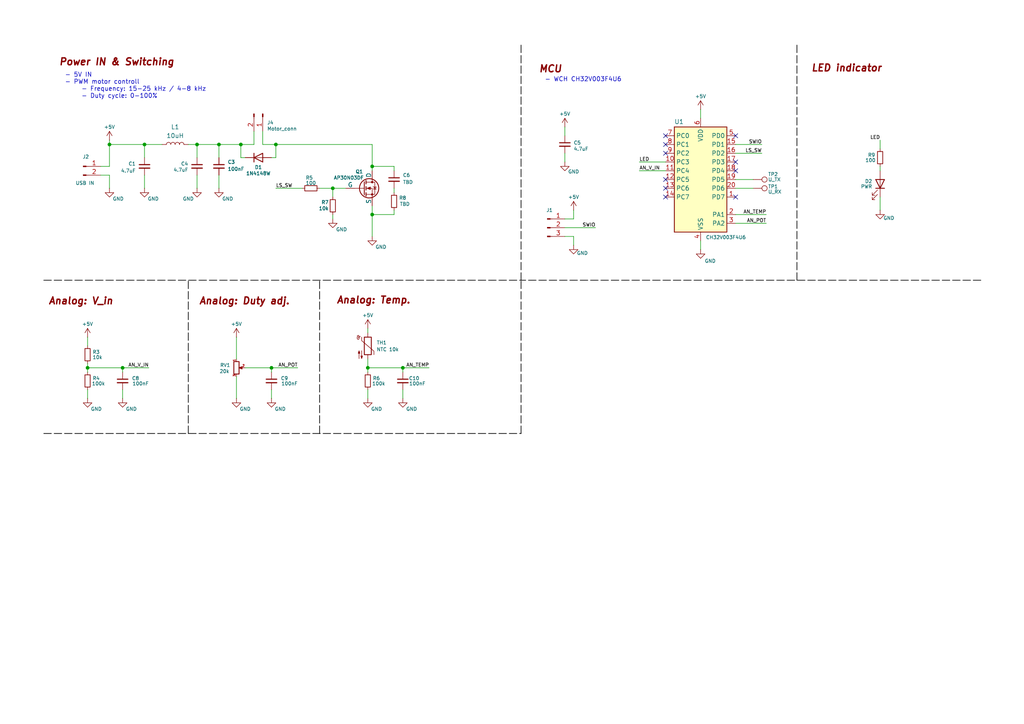
<source format=kicad_sch>
(kicad_sch (version 20250114) (generator "eeschema") (generator_version "9.0")
  (paper "A4")
  (title_block (title "Aquarium air pump controller") (date "2025-10-13") (rev "0.1") (company "Tinta T."))
  (lib_symbols
    (symbol "AP30N03DF:AP30N03DF" (pin_numbers (hide yes)) (pin_names (offset 0))
      (property "Reference" "Q" (at 5.08 1.27 0))
      (property "Value" "AP30N03DF" (at 5.08 -1.27 0))
      (symbol "AP30N03DF_0_1"
        (polyline (pts (xy 0.254 1.905) (xy 0.254 -1.905)) (stroke (width 0.254)))
        (polyline (pts (xy 0.254 0) (xy -2.54 0)))
        (polyline (pts (xy 0.762 2.286) (xy 0.762 1.27)) (stroke (width 0.254)))
        (polyline (pts (xy 0.762 0.508) (xy 0.762 -0.508)) (stroke (width 0.254)))
        (polyline (pts (xy 0.762 -1.27) (xy 0.762 -2.286)) (stroke (width 0.254)))
        (polyline (pts (xy 0.762 -1.778) (xy 3.302 -1.778) (xy 3.302 1.778) (xy 0.762 1.778)))
        (polyline (pts (xy 1.016 0) (xy 2.032 0.381) (xy 2.032 -0.381) (xy 1.016 0)) (fill (type outline)))
        (circle (center 1.651 0) (radius 2.794) (stroke (width 0.254)))
        (polyline (pts (xy 2.54 2.54) (xy 2.54 1.778)))
        (circle (center 2.54 1.778) (radius 0.254) (fill (type outline)))
        (circle (center 2.54 -1.778) (radius 0.254) (fill (type outline)))
        (polyline (pts (xy 2.54 -2.54) (xy 2.54 0) (xy 0.762 0)))
        (polyline (pts (xy 2.794 0.508) (xy 2.921 0.381) (xy 3.683 0.381) (xy 3.81 0.254)))
        (polyline (pts (xy 3.302 0.381) (xy 2.921 -0.254) (xy 3.683 -0.254) (xy 3.302 0.381)))
      )
      (symbol "AP30N03DF_1_1"
        (pin input line (at -5.08 0 0) (length 2.54) (name "G") (number "2"))
        (pin passive line (at 2.54 5.08 270) (length 2.54) (name "D") (number "3"))
        (pin passive line (at 2.54 -5.08 90) (length 2.54) (name "S") (number "1"))
      )
    )
    (symbol "Connector:Conn_01x02_Pin" (pin_names (offset 1.016) (hide yes))
      (property "Reference" "J" (at 0 2.54 0))
      (property "Value" "Conn_01x02_Pin" (at 0 -5.08 0))
      (symbol "Conn_01x02_Pin_1_1"
        (rectangle (start 0.8636 0.127) (end 0 -0.127) (stroke (width 0.1524)) (fill (type outline)))
        (rectangle (start 0.8636 -2.413) (end 0 -2.667) (stroke (width 0.1524)) (fill (type outline)))
        (polyline (pts (xy 1.27 0) (xy 0.8636 0)) (stroke (width 0.1524)))
        (polyline (pts (xy 1.27 -2.54) (xy 0.8636 -2.54)) (stroke (width 0.1524)))
        (pin passive line (at 5.08 0 180) (length 3.81) (name "Pin_1") (number "1"))
        (pin passive line (at 5.08 -2.54 180) (length 3.81) (name "Pin_2") (number "2"))
      )
    )
    (symbol "Connector:Conn_01x03_Pin" (pin_names (offset 1.016) (hide yes))
      (property "Reference" "J" (at 0 5.08 0))
      (property "Value" "Conn_01x03_Pin" (at 0 -5.08 0))
      (symbol "Conn_01x03_Pin_1_1"
        (rectangle (start 0.8636 2.667) (end 0 2.413) (stroke (width 0.1524)) (fill (type outline)))
        (rectangle (start 0.8636 0.127) (end 0 -0.127) (stroke (width 0.1524)) (fill (type outline)))
        (rectangle (start 0.8636 -2.413) (end 0 -2.667) (stroke (width 0.1524)) (fill (type outline)))
        (polyline (pts (xy 1.27 2.54) (xy 0.8636 2.54)) (stroke (width 0.1524)))
        (polyline (pts (xy 1.27 0) (xy 0.8636 0)) (stroke (width 0.1524)))
        (polyline (pts (xy 1.27 -2.54) (xy 0.8636 -2.54)) (stroke (width 0.1524)))
        (pin passive line (at 5.08 2.54 180) (length 3.81) (name "Pin_1") (number "1"))
        (pin passive line (at 5.08 0 180) (length 3.81) (name "Pin_2") (number "2"))
        (pin passive line (at 5.08 -2.54 180) (length 3.81) (name "Pin_3") (number "3"))
      )
    )
    (symbol "Connector:TestPoint" (pin_numbers (hide yes)) (pin_names (offset 0.762) (hide yes))
      (property "Reference" "TP" (at 0 6.858 0))
      (property "Value" "TestPoint" (at 0 5.08 0))
      (symbol "TestPoint_0_1"
        (circle (center 0 3.302) (radius 0.762))
      )
      (symbol "TestPoint_1_1"
        (pin passive line (at 0 0 90) (length 2.54) (name "1") (number "1"))
      )
    )
    (symbol "Device:C_Small" (pin_numbers (hide yes)) (pin_names (offset 0.254) (hide yes))
      (property "Reference" "C" (at 0.254 1.778 0))
      (property "Value" "C_Small" (at 0.254 -2.032 0))
      (symbol "C_Small_0_1"
        (polyline (pts (xy -1.524 0.508) (xy 1.524 0.508)) (stroke (width 0.3048)))
        (polyline (pts (xy -1.524 -0.508) (xy 1.524 -0.508)) (stroke (width 0.3302)))
      )
      (symbol "C_Small_1_1"
        (pin passive line (at 0 2.54 270) (length 2.032) (name "~") (number "1"))
        (pin passive line (at 0 -2.54 90) (length 2.032) (name "~") (number "2"))
      )
    )
    (symbol "Device:L" (pin_numbers (hide yes)) (pin_names (offset 1.016) (hide yes))
      (property "Reference" "L" (at -1.27 0 90))
      (property "Value" "L" (at 1.905 0 90))
      (symbol "L_0_1"
        (arc (start 0 2.54) (mid 0.6323 1.905) (end 0 1.27))
        (arc (start 0 1.27) (mid 0.6323 0.635) (end 0 0))
        (arc (start 0 0) (mid 0.6323 -0.635) (end 0 -1.27))
        (arc (start 0 -1.27) (mid 0.6323 -1.905) (end 0 -2.54))
      )
      (symbol "L_1_1"
        (pin passive line (at 0 3.81 270) (length 1.27) (name "1") (number "1"))
        (pin passive line (at 0 -3.81 90) (length 1.27) (name "2") (number "2"))
      )
    )
    (symbol "Device:LED" (pin_numbers (hide yes)) (pin_names (offset 1.016) (hide yes))
      (property "Reference" "D" (at 0 2.54 0))
      (property "Value" "LED" (at 0 -2.54 0))
      (symbol "LED_0_1"
        (polyline (pts (xy -3.048 -0.762) (xy -4.572 -2.286) (xy -3.81 -2.286) (xy -4.572 -2.286) (xy -4.572 -1.524)))
        (polyline (pts (xy -1.778 -0.762) (xy -3.302 -2.286) (xy -2.54 -2.286) (xy -3.302 -2.286) (xy -3.302 -1.524)))
        (polyline (pts (xy -1.27 0) (xy 1.27 0)))
        (polyline (pts (xy -1.27 -1.27) (xy -1.27 1.27)) (stroke (width 0.254)))
        (polyline (pts (xy 1.27 -1.27) (xy 1.27 1.27) (xy -1.27 0) (xy 1.27 -1.27)) (stroke (width 0.254)))
      )
      (symbol "LED_1_1"
        (pin passive line (at -3.81 0 0) (length 2.54) (name "K") (number "1"))
        (pin passive line (at 3.81 0 180) (length 2.54) (name "A") (number "2"))
      )
    )
    (symbol "Device:R_Potentiometer_Small" (pin_names (offset 1.016) (hide yes))
      (property "Reference" "RV" (at -4.445 0 90))
      (property "Value" "R_Potentiometer_Small" (at -2.54 0 90))
      (symbol "R_Potentiometer_Small_0_1"
        (rectangle (start 0.762 1.8034) (end -0.762 -1.8034) (stroke (width 0.254)))
        (polyline (pts (xy 0.889 0) (xy 0.635 0) (xy 1.651 0.381) (xy 1.651 -0.381) (xy 0.635 0) (xy 0.889 0)) (fill (type outline)))
      )
      (symbol "R_Potentiometer_Small_1_1"
        (pin passive line (at 0 2.54 270) (length 0.635) (name "1") (number "1"))
        (pin passive line (at 0 -2.54 90) (length 0.635) (name "3") (number "3"))
        (pin passive line (at 2.54 0 180) (length 0.9906) (name "2") (number "2"))
      )
    )
    (symbol "Device:R_Small" (pin_numbers (hide yes)) (pin_names (offset 0.254) (hide yes))
      (property "Reference" "R" (at 0.762 0.508 0))
      (property "Value" "R_Small" (at 0.762 -1.016 0))
      (symbol "R_Small_0_1"
        (rectangle (start -0.762 1.778) (end 0.762 -1.778) (stroke (width 0.2032)))
      )
      (symbol "R_Small_1_1"
        (pin passive line (at 0 2.54 270) (length 0.762) (name "~") (number "1"))
        (pin passive line (at 0 -2.54 90) (length 0.762) (name "~") (number "2"))
      )
    )
    (symbol "Device:Thermistor_NTC" (pin_numbers (hide yes)) (pin_names (offset 0))
      (property "Reference" "TH" (at -4.445 0 90))
      (property "Value" "Thermistor_NTC" (at 3.175 0 90))
      (symbol "Thermistor_NTC_0_1"
        (arc (start -3.175 2.413) (mid -3.0506 2.3165) (end -3.048 2.159))
        (arc (start -3.048 2.794) (mid -2.9736 2.9736) (end -2.794 3.048))
        (arc (start -2.794 3.048) (mid -2.6144 2.9736) (end -2.54 2.794))
        (arc (start -2.794 2.54) (mid -2.9736 2.6144) (end -3.048 2.794))
        (arc (start -2.794 1.905) (mid -2.9736 1.9794) (end -3.048 2.159))
        (arc (start -2.54 2.159) (mid -2.6144 1.9794) (end -2.794 1.905))
        (arc (start -2.159 2.794) (mid -2.434 2.5608) (end -2.794 2.54))
        (polyline (pts (xy -2.54 2.159) (xy -2.54 2.794)))
        (polyline (pts (xy -2.54 -3.683) (xy -2.54 -1.397) (xy -2.794 -2.159) (xy -2.286 -2.159) (xy -2.54 -1.397) (xy -2.54 -1.651)) (fill (type outline)))
        (polyline (pts (xy -1.778 2.54) (xy -1.778 1.524) (xy 1.778 -1.524) (xy 1.778 -2.54)))
        (polyline (pts (xy -1.778 -1.397) (xy -1.778 -3.683) (xy -2.032 -2.921) (xy -1.524 -2.921) (xy -1.778 -3.683) (xy -1.778 -3.429)) (fill (type outline)))
        (rectangle (start -1.016 2.54) (end 1.016 -2.54) (stroke (width 0.254)))
      )
      (symbol "Thermistor_NTC_1_1"
        (pin passive line (at 0 3.81 270) (length 1.27) (name "~") (number "1"))
        (pin passive line (at 0 -3.81 90) (length 1.27) (name "~") (number "2"))
      )
    )
    (symbol "Diode:1N4148W" (pin_numbers (hide yes)) (pin_names (hide yes))
      (property "Reference" "D" (at 0 2.54 0))
      (property "Value" "1N4148W" (at 0 -2.54 0))
      (symbol "1N4148W_0_1"
        (polyline (pts (xy -1.27 1.27) (xy -1.27 -1.27)) (stroke (width 0.254)))
        (polyline (pts (xy 1.27 1.27) (xy 1.27 -1.27) (xy -1.27 0) (xy 1.27 1.27)) (stroke (width 0.254)))
        (polyline (pts (xy 1.27 0) (xy -1.27 0)))
      )
      (symbol "1N4148W_1_1"
        (pin passive line (at -3.81 0 0) (length 2.54) (name "K") (number "1"))
        (pin passive line (at 3.81 0 180) (length 2.54) (name "A") (number "2"))
      )
    )
    (symbol "MCU_WCH_CH32V0:CH32V003FxUx"
      (property "Reference" "U" (at -7.62 17.78 0))
      (property "Value" "CH32V003FxUx" (at 7.62 17.78 0))
      (symbol "CH32V003FxUx_1_1"
        (rectangle (start -7.62 15.24) (end 7.62 -15.24) (stroke (width 0.254)) (fill (type background)))
        (pin bidirectional line (at -10.16 12.7 0) (length 2.54) (name "PC0") (number "7"))
        (pin bidirectional line (at -10.16 10.16 0) (length 2.54) (name "PC1") (number "8"))
        (pin bidirectional line (at -10.16 7.62 0) (length 2.54) (name "PC2") (number "9"))
        (pin bidirectional line (at -10.16 5.08 0) (length 2.54) (name "PC3") (number "10"))
        (pin bidirectional line (at -10.16 2.54 0) (length 2.54) (name "PC4") (number "11"))
        (pin bidirectional line (at -10.16 0 0) (length 2.54) (name "PC5") (number "12"))
        (pin bidirectional line (at -10.16 -2.54 0) (length 2.54) (name "PC6") (number "13"))
        (pin bidirectional line (at -10.16 -5.08 0) (length 2.54) (name "PC7") (number "14"))
        (pin power_in line (at 0 17.78 270) (length 2.54) (name "VDD") (number "6"))
        (pin passive line (at 0 -17.78 90) (length 2.54) (hide yes) (name "VSS") (number "21"))
        (pin power_in line (at 0 -17.78 90) (length 2.54) (name "VSS") (number "4"))
        (pin bidirectional line (at 10.16 12.7 180) (length 2.54) (name "PD0") (number "5"))
        (pin bidirectional line (at 10.16 10.16 180) (length 2.54) (name "PD1") (number "15"))
        (pin bidirectional line (at 10.16 7.62 180) (length 2.54) (name "PD2") (number "16"))
        (pin bidirectional line (at 10.16 5.08 180) (length 2.54) (name "PD3") (number "17"))
        (pin bidirectional line (at 10.16 2.54 180) (length 2.54) (name "PD4") (number "18"))
        (pin bidirectional line (at 10.16 0 180) (length 2.54) (name "PD5") (number "19"))
        (pin bidirectional line (at 10.16 -2.54 180) (length 2.54) (name "PD6") (number "20"))
        (pin bidirectional line (at 10.16 -5.08 180) (length 2.54) (name "PD7") (number "1"))
        (pin bidirectional line (at 10.16 -10.16 180) (length 2.54) (name "PA1") (number "2"))
        (pin bidirectional line (at 10.16 -12.7 180) (length 2.54) (name "PA2") (number "3"))
      )
    )
    (symbol "Motor_conn:Motor_conn" (pin_names (offset 1.016) (hide yes))
      (property "Reference" "J" (at 0 2.54 0))
      (property "Value" "Motor_conn" (at 0 -5.08 0))
      (symbol "Motor_conn_1_1"
        (rectangle (start 0.8636 0.127) (end 0 -0.127) (stroke (width 0.1524)) (fill (type outline)))
        (rectangle (start 0.8636 -2.413) (end 0 -2.667) (stroke (width 0.1524)) (fill (type outline)))
        (polyline (pts (xy 1.27 0) (xy 0.8636 0)) (stroke (width 0.1524)))
        (polyline (pts (xy 1.27 -2.54) (xy 0.8636 -2.54)) (stroke (width 0.1524)))
        (pin passive line (at 5.08 0 180) (length 3.81) (name "Pin_1") (number "1"))
        (pin passive line (at 5.08 -2.54 180) (length 3.81) (name "Pin_2") (number "2"))
      )
    )
    (symbol "power:+5V" (power) (pin_numbers (hide yes)) (pin_names (offset 0) (hide yes))
      (property "Value" "+5V" (at 0 3.556 0))
      (symbol "+5V_0_1"
        (polyline (pts (xy -0.762 1.27) (xy 0 2.54)))
        (polyline (pts (xy 0 2.54) (xy 0.762 1.27)))
        (polyline (pts (xy 0 0) (xy 0 2.54)))
      )
      (symbol "+5V_1_1"
        (pin power_in line (at 0 0 90) (length 0) (name "~") (number "1"))
      )
    )
    (symbol "power:GND" (power) (pin_numbers (hide yes)) (pin_names (offset 0) (hide yes))
      (property "Value" "GND" (at 0 -3.81 0))
      (symbol "GND_0_1"
        (polyline (pts (xy 0 0) (xy 0 -1.27) (xy 1.27 -1.27) (xy 0 -2.54) (xy -1.27 -1.27) (xy 0 -1.27)))
      )
      (symbol "GND_1_1"
        (pin power_in line (at 0 0 270) (length 0) (name "~") (number "1"))
      )
    )
  )
  (text "Analog: Duty adj." (at 57.658 88.646 0) (effects (font (size 2 2) (thickness 0.4) (bold yes) (italic yes)) (justify left bottom)))
  (text "- 5V IN\n- PWM motor controll\n	- Frequency: 15-25 kHz / 4-8 kHz\n	- Duty cycle: 0-100%" (at 18.796 28.702 0) (effects (font (size 1.27 1.27)) (justify left bottom)))
  (text "LED indicator" (at 235.204 21.082 0) (effects (font (size 2 2) (thickness 0.4) (bold yes) (italic yes)) (justify left bottom)))
  (text "Analog: Temp." (at 97.536 88.392 0) (effects (font (size 2 2) (thickness 0.4) (bold yes) (italic yes)) (justify left bottom)))
  (text "- WCH CH32V003F4U6" (at 157.988 23.876 0) (effects (font (size 1.27 1.27)) (justify left bottom)))
  (text "Analog: V_in" (at 13.97 88.646 0) (effects (font (size 2 2) (thickness 0.4) (bold yes) (italic yes)) (justify left bottom)))
  (text "Power IN & Switching" (at 17.018 19.304 0) (effects (font (size 2 2) (thickness 0.4) (bold yes) (italic yes)) (justify left bottom)))
  (text "MCU" (at 156.21 21.336 0) (effects (font (size 2 2) (thickness 0.4) (bold yes) (italic yes)) (justify left bottom)))
  (junction (at 41.91 41.91))
  (junction (at 116.84 106.68))
  (junction (at 107.95 62.23))
  (junction (at 69.85 41.91))
  (junction (at 57.15 41.91))
  (junction (at 25.4 106.68))
  (junction (at 78.74 106.68))
  (junction (at 80.01 41.91))
  (junction (at 96.52 54.61))
  (junction (at 63.5 41.91))
  (junction (at 31.75 41.91))
  (junction (at 35.56 106.68))
  (junction (at 106.68 106.68))
  (junction (at 107.95 48.26))
  (no_connect (at 213.36 49.53))
  (no_connect (at 193.04 41.91))
  (no_connect (at 193.04 39.37))
  (no_connect (at 213.36 46.99))
  (no_connect (at 193.04 54.61))
  (no_connect (at 213.36 57.15))
  (no_connect (at 193.04 52.07))
  (no_connect (at 193.04 57.15))
  (no_connect (at 193.04 44.45))
  (no_connect (at 213.36 39.37))
  (wire (pts (xy 76.2 41.91) (xy 80.01 41.91)))
  (wire (pts (xy 80.01 41.91) (xy 107.95 41.91)))
  (wire (pts (xy 73.66 41.91) (xy 69.85 41.91)))
  (wire (pts (xy 41.91 41.91) (xy 41.91 45.72)))
  (wire (pts (xy 213.36 41.91) (xy 220.98 41.91)))
  (wire (pts (xy 57.15 50.8) (xy 57.15 54.61)))
  (wire (pts (xy 69.85 41.91) (xy 63.5 41.91)))
  (wire (pts (xy 78.74 113.03) (xy 78.74 115.57)))
  (wire (pts (xy 31.75 41.91) (xy 41.91 41.91)))
  (wire (pts (xy 203.2 69.85) (xy 203.2 72.39)))
  (wire (pts (xy 106.68 106.68) (xy 116.84 106.68)))
  (wire (pts (xy 25.4 106.68) (xy 35.56 106.68)))
  (wire (pts (xy 80.01 54.61) (xy 87.63 54.61)))
  (wire (pts (xy 76.2 38.1) (xy 76.2 41.91)))
  (wire (pts (xy 96.52 54.61) (xy 100.33 54.61)))
  (wire (pts (xy 35.56 107.95) (xy 35.56 106.68)))
  (wire (pts (xy 106.68 104.14) (xy 106.68 106.68)))
  (wire (pts (xy 163.83 63.5) (xy 166.37 63.5)))
  (polyline (pts (xy 54.61 125.73) (xy 54.61 81.28)) (stroke (width 0.2) (type dash) (color 0 0 0 1)))
  (wire (pts (xy 114.3 48.26) (xy 107.95 48.26)))
  (wire (pts (xy 63.5 45.72) (xy 63.5 41.91)))
  (wire (pts (xy 163.83 66.04) (xy 172.72 66.04)))
  (wire (pts (xy 116.84 106.68) (xy 124.46 106.68)))
  (wire (pts (xy 255.27 57.15) (xy 255.27 60.96)))
  (wire (pts (xy 106.68 113.03) (xy 106.68 115.57)))
  (polyline (pts (xy 12.7 81.28) (xy 151.13 81.28)) (stroke (width 0.2) (type dash) (color 0 0 0 1)))
  (wire (pts (xy 29.21 50.8) (xy 31.75 50.8)))
  (wire (pts (xy 107.95 48.26) (xy 107.95 49.53)))
  (wire (pts (xy 255.27 40.64) (xy 255.27 43.18)))
  (wire (pts (xy 107.95 62.23) (xy 107.95 68.58)))
  (wire (pts (xy 213.36 54.61) (xy 218.44 54.61)))
  (polyline (pts (xy 12.7 125.73) (xy 151.13 125.73)) (stroke (width 0.2) (type dash) (color 0 0 0 1)))
  (wire (pts (xy 166.37 68.58) (xy 166.37 71.12)))
  (wire (pts (xy 57.15 41.91) (xy 57.15 45.72)))
  (wire (pts (xy 116.84 113.03) (xy 116.84 115.57)))
  (wire (pts (xy 63.5 50.8) (xy 63.5 54.61)))
  (wire (pts (xy 80.01 45.72) (xy 80.01 41.91)))
  (wire (pts (xy 71.12 45.72) (xy 69.85 45.72)))
  (wire (pts (xy 78.74 106.68) (xy 86.36 106.68)))
  (wire (pts (xy 106.68 95.25) (xy 106.68 96.52)))
  (polyline (pts (xy 151.13 125.73) (xy 151.13 81.28)) (stroke (width 0.2) (type dash) (color 0 0 0 1)))
  (wire (pts (xy 166.37 63.5) (xy 166.37 60.96)))
  (wire (pts (xy 213.36 64.77) (xy 222.25 64.77)))
  (wire (pts (xy 163.83 44.45) (xy 163.83 46.99)))
  (polyline (pts (xy 151.13 81.28) (xy 151.13 12.7)) (stroke (width 0.2) (type dash) (color 0 0 0 1)))
  (wire (pts (xy 78.74 45.72) (xy 80.01 45.72)))
  (wire (pts (xy 25.4 105.41) (xy 25.4 106.68)))
  (wire (pts (xy 73.66 38.1) (xy 73.66 41.91)))
  (wire (pts (xy 31.75 50.8) (xy 31.75 54.61)))
  (wire (pts (xy 41.91 41.91) (xy 46.99 41.91)))
  (wire (pts (xy 41.91 50.8) (xy 41.91 54.61)))
  (wire (pts (xy 69.85 45.72) (xy 69.85 41.91)))
  (wire (pts (xy 255.27 48.26) (xy 255.27 49.53)))
  (wire (pts (xy 185.42 49.53) (xy 193.04 49.53)))
  (wire (pts (xy 25.4 100.33) (xy 25.4 97.79)))
  (wire (pts (xy 31.75 41.91) (xy 31.75 48.26)))
  (wire (pts (xy 114.3 49.53) (xy 114.3 48.26)))
  (wire (pts (xy 35.56 106.68) (xy 43.18 106.68)))
  (polyline (pts (xy 92.71 125.73) (xy 92.71 81.28)) (stroke (width 0.2) (type dash) (color 0 0 0 1)))
  (wire (pts (xy 31.75 48.26) (xy 29.21 48.26)))
  (wire (pts (xy 25.4 113.03) (xy 25.4 115.57)))
  (wire (pts (xy 213.36 44.45) (xy 220.98 44.45)))
  (wire (pts (xy 116.84 107.95) (xy 116.84 106.68)))
  (wire (pts (xy 106.68 106.68) (xy 106.68 107.95)))
  (wire (pts (xy 68.58 104.14) (xy 68.58 97.79)))
  (wire (pts (xy 114.3 54.61) (xy 114.3 55.88)))
  (wire (pts (xy 114.3 60.96) (xy 114.3 62.23)))
  (wire (pts (xy 54.61 41.91) (xy 57.15 41.91)))
  (wire (pts (xy 163.83 36.83) (xy 163.83 39.37)))
  (wire (pts (xy 92.71 54.61) (xy 96.52 54.61)))
  (wire (pts (xy 107.95 41.91) (xy 107.95 48.26)))
  (wire (pts (xy 163.83 68.58) (xy 166.37 68.58)))
  (wire (pts (xy 71.12 106.68) (xy 78.74 106.68)))
  (wire (pts (xy 203.2 31.75) (xy 203.2 34.29)))
  (wire (pts (xy 107.95 59.69) (xy 107.95 62.23)))
  (wire (pts (xy 68.58 109.22) (xy 68.58 115.57)))
  (polyline (pts (xy 284.48 81.28) (xy 151.13 81.28)) (stroke (width 0.2) (type dash) (color 0 0 0 1)))
  (wire (pts (xy 78.74 107.95) (xy 78.74 106.68)))
  (wire (pts (xy 213.36 62.23) (xy 222.25 62.23)))
  (wire (pts (xy 114.3 62.23) (xy 107.95 62.23)))
  (polyline (pts (xy 231.14 81.28) (xy 231.14 12.7)) (stroke (width 0.2) (type dash) (color 0 0 0 1)))
  (wire (pts (xy 31.75 40.64) (xy 31.75 41.91)))
  (wire (pts (xy 96.52 54.61) (xy 96.52 57.15)))
  (wire (pts (xy 185.42 46.99) (xy 193.04 46.99)))
  (wire (pts (xy 25.4 106.68) (xy 25.4 107.95)))
  (wire (pts (xy 35.56 113.03) (xy 35.56 115.57)))
  (wire (pts (xy 96.52 62.23) (xy 96.52 63.5)))
  (wire (pts (xy 213.36 52.07) (xy 218.44 52.07)))
  (wire (pts (xy 57.15 41.91) (xy 63.5 41.91)))
  (label "AN_TEMP" (at 222.25 62.23 180) (effects (font (size 1 1))))
  (label "AN_V_IN" (at 185.42 49.53 0) (effects (font (size 1 1))))
  (label "SWIO" (at 172.72 66.04 180) (effects (font (size 1 1))))
  (label "LS_SW" (at 80.01 54.61 0) (effects (font (size 1 1))))
  (label "LED" (at 185.42 46.99 0) (effects (font (size 1 1))))
  (label "SWIO" (at 220.98 41.91 180) (effects (font (size 1 1))))
  (label "LS_SW" (at 220.98 44.45 180) (effects (font (size 1 1))))
  (label "LED" (at 255.27 40.64 180) (effects (font (size 1 1))))
  (label "AN_POT" (at 222.25 64.77 180) (effects (font (size 1 1))))
  (label "AN_TEMP" (at 124.46 106.68 180) (effects (font (size 1 1))))
  (label "AN_V_IN" (at 43.18 106.68 180) (effects (font (size 1 1))))
  (label "AN_POT" (at 86.36 106.68 180) (effects (font (size 1 1))))
  (symbol (lib_id "power:GND") (at 107.95 68.58 0) (unit 1)
    (property "Reference" "#PWR020" (effects (hide yes)))
    (property "Value" "GND" (at 110.49 71.628 0) (effects (font (size 1 1))))
    (property "Description" "Power symbol creates a global label with name \"GND\" , ground" (effects (hide yes)))
  )
  (symbol (lib_id "power:+5V") (at 203.2 31.75 0) (unit 1)
    (property "Reference" "#PWR01" (effects (hide yes)))
    (property "Value" "+5V" (at 203.2 27.94 0) (effects (font (size 1 1))))
    (property "Description" "Power symbol creates a global label with name \"+5V\"" (effects (hide yes)))
  )
  (symbol (lib_id "power:GND") (at 163.83 46.99 0) (unit 1)
    (property "Reference" "#PWR04" (effects (hide yes)))
    (property "Value" "GND" (at 166.37 49.784 0) (effects (font (size 1 1))))
    (property "Description" "Power symbol creates a global label with name \"GND\" , ground" (effects (hide yes)))
  )
  (symbol (lib_id "Device:C_Small") (at 114.3 52.07 0) (unit 1)
    (property "Reference" "C6" (at 116.84 50.8063 0) (effects (font (size 1 1)) (justify left)))
    (property "Value" "TBD" (at 116.84 52.832 0) (effects (font (size 1 1)) (justify left)))
    (property "Footprint" "Capacitor_SMD:C_0603_1608Metric" (effects (hide yes)))
    (property "Description" "Unpolarized capacitor, small symbol" (effects (hide yes)))
  )
  (symbol (lib_id "power:GND") (at 203.2 72.39 0) (unit 1)
    (property "Reference" "#PWR02" (effects (hide yes)))
    (property "Value" "GND" (at 205.994 75.692 0) (effects (font (size 1 1))))
    (property "Description" "Power symbol creates a global label with name \"GND\" , ground" (effects (hide yes)))
  )
  (symbol (lib_id "Device:C_Small") (at 116.84 110.49 0) (mirror y) (unit 1)
    (property "Reference" "C10" (at 121.666 109.728 0) (effects (font (size 1 1)) (justify left)))
    (property "Value" "100nF" (at 123.444 111.252 0) (effects (font (size 1 1)) (justify left)))
    (property "Footprint" "Capacitor_SMD:C_0603_1608Metric" (effects (hide yes)))
  )
  (symbol (lib_id "power:GND") (at 96.52 63.5 0) (unit 1)
    (property "Reference" "#PWR021" (effects (hide yes)))
    (property "Value" "GND" (at 99.06 66.548 0) (effects (font (size 1 1))))
    (property "Description" "Power symbol creates a global label with name \"GND\" , ground" (effects (hide yes)))
  )
  (symbol (lib_id "Device:R_Small") (at 96.52 59.69 0) (unit 1)
    (property "Reference" "R7" (at 93.218 58.674 0) (effects (font (size 1 1)) (justify left)))
    (property "Value" "10k" (at 92.456 60.452 0) (effects (font (size 1 1)) (justify left)))
    (property "Footprint" "Resistor_SMD:R_0603_1608Metric" (effects (hide yes)))
  )
  (symbol (lib_id "MCU_WCH_CH32V0:CH32V003FxUx") (at 203.2 52.07 0) (unit 1)
    (property "Reference" "U1" (at 195.58 35.306 0) (effects (justify left)))
    (property "Value" "CH32V003F4U6" (at 204.724 68.834 0) (effects (font (size 1 1)) (justify left)))
    (property "Footprint" "Package_DFN_QFN:QFN-20-1EP_3x3mm_P0.4mm_EP1.65x1.65mm" (effects (hide yes)))
    (property "Datasheet" "https://www.wch-ic.com/products/CH32V003.html" (effects (hide yes)))
    (property "Description" "CH32V003 series are industrial-grade general-purpose microcontrollers designed based on 32-bit RISC-V instruction set and architecture. It adopts QingKe V2A core, RV32EC instruction set, and supports 2 levels of interrupt nesting. The series are mounted with rich peripheral interfaces and function modules. Its internal organizational structure meets the low-cost and low-power embedded application scenarios." (effects (hide yes)))
  )
  (symbol (lib_id "Diode:1N4148W") (at 74.93 45.72 0) (mirror x) (unit 1)
    (property "Reference" "D1" (at 74.93 48.514 0) (effects (font (size 1 1))))
    (property "Value" "1N4148W" (at 74.93 50.292 0) (effects (font (size 1 1))))
    (property "Footprint" "Diode_SMD:D_SOD-123" (effects (hide yes)))
    (property "Datasheet" "https://www.vishay.com/docs/85748/1n4148w.pdf" (effects (hide yes)))
    (property "Description" "75V 0.15A Fast Switching Diode, SOD-123" (effects (hide yes)))
    (property "Sim.Device" "D" (effects (hide yes)))
    (property "Sim.Pins" "1=K 2=A" (effects (hide yes)))
  )
  (symbol (lib_id "Connector:TestPoint") (at 218.44 52.07 270) (unit 1)
    (property "Reference" "TP2" (at 222.758 50.546 90) (effects (font (size 1 1)) (justify left)))
    (property "Value" "U_TX" (at 222.758 52.07 90) (effects (font (size 1 1)) (justify left)))
    (property "Footprint" "TestPoint:TestPoint_Pad_D1.0mm" (effects (hide yes)))
    (property "Description" "test point" (effects (hide yes)))
  )
  (symbol (lib_id "Device:R_Potentiometer_Small") (at 68.58 106.68 0) (unit 1)
    (property "Reference" "RV1" (at 66.802 105.918 0) (effects (font (size 1 1)) (justify right)))
    (property "Value" "20k" (at 66.548 107.696 0) (effects (font (size 1 1)) (justify right)))
    (property "Footprint" "Potentiometer_SMD:Potentiometer_Bourns_TC33X_Vertical" (effects (hide yes)))
    (property "Description" "Potentiometer" (effects (hide yes)))
  )
  (symbol (lib_id "Device:R_Small") (at 25.4 102.87 180) (unit 1)
    (property "Reference" "R3" (at 28.956 102.108 0) (effects (font (size 1 1)) (justify left)))
    (property "Value" "10k" (at 29.718 103.632 0) (effects (font (size 1 1)) (justify left)))
    (property "Footprint" "Resistor_SMD:R_0603_1608Metric" (effects (hide yes)))
  )
  (symbol (lib_id "Device:LED") (at 255.27 53.34 270) (mirror x) (unit 1)
    (property "Reference" "D2" (at 252.984 52.578 90) (effects (font (size 1 1)) (justify right)))
    (property "Value" "PWR" (at 252.984 54.102 90) (effects (font (size 1 1)) (justify right)))
    (property "Footprint" "LED_SMD:LED_0603_1608Metric" (effects (hide yes)))
    (property "Description" "Light emitting diode" (effects (hide yes)))
  )
  (symbol (lib_id "power:+5V") (at 106.68 95.25 0) (unit 1)
    (property "Reference" "#PWR015" (effects (hide yes)))
    (property "Value" "+5V" (at 106.68 91.44 0) (effects (font (size 1 1))))
    (property "Description" "Power symbol creates a global label with name \"+5V\"" (effects (hide yes)))
  )
  (symbol (lib_id "Device:C_Small") (at 78.74 110.49 0) (mirror y) (unit 1)
    (property "Reference" "C9" (at 83.566 109.728 0) (effects (font (size 1 1)) (justify left)))
    (property "Value" "100nF" (at 86.36 111.252 0) (effects (font (size 1 1)) (justify left)))
    (property "Footprint" "Capacitor_SMD:C_0603_1608Metric" (effects (hide yes)))
  )
  (symbol (lib_id "Device:C_Small") (at 35.56 110.49 0) (mirror y) (unit 1)
    (property "Reference" "C8" (at 40.386 109.728 0) (effects (font (size 1 1)) (justify left)))
    (property "Value" "100nF" (at 43.18 111.252 0) (effects (font (size 1 1)) (justify left)))
    (property "Footprint" "Capacitor_SMD:C_0603_1608Metric" (effects (hide yes)))
  )
  (symbol (lib_id "Device:R_Small") (at 106.68 110.49 180) (unit 1)
    (property "Reference" "R6" (at 110.236 109.728 0) (effects (font (size 1 1)) (justify left)))
    (property "Value" "100k" (at 111.76 111.252 0) (effects (font (size 1 1)) (justify left)))
    (property "Footprint" "Resistor_SMD:R_0603_1608Metric" (effects (hide yes)))
  )
  (symbol (lib_id "Device:Thermistor_NTC") (at 106.68 100.33 0) (unit 1)
    (property "Reference" "TH1" (at 109.22 99.3775 0) (effects (font (size 1 1)) (justify left)))
    (property "Value" "NTC 10k" (at 109.22 101.346 0) (effects (font (size 1 1)) (justify left)))
    (property "Footprint" "Resistor_SMD:R_0603_1608Metric" (effects (hide yes)))
    (property "Description" "Temperature dependent resistor, negative temperature coefficient" (effects (hide yes)))
  )
  (symbol (lib_id "Connector:TestPoint") (at 218.44 54.61 270) (unit 1)
    (property "Reference" "TP1" (at 222.758 54.102 90) (effects (font (size 1 1)) (justify left)))
    (property "Value" "U_RX" (at 222.758 55.626 90) (effects (font (size 1 1)) (justify left)))
    (property "Footprint" "TestPoint:TestPoint_Pad_D1.0mm" (effects (hide yes)))
    (property "Description" "test point" (effects (hide yes)))
  )
  (symbol (lib_id "Connector:Conn_01x02_Pin") (at 24.13 48.26 0) (unit 1)
    (property "Reference" "J2" (at 24.892 45.466 0) (effects (font (size 1 1))))
    (property "Value" "USB IN" (at 24.638 53.086 0) (effects (font (size 1 1))))
    (property "Footprint" "Connector_PinHeader_2.54mm:PinHeader_1x02_P2.54mm_Vertical" (effects (hide yes)))
    (property "Description" "Generic connector, single row, 01x02, script generated" (effects (hide yes)))
  )
  (symbol (lib_id "power:GND") (at 166.37 71.12 0) (unit 1)
    (property "Reference" "#PWR069" (effects (hide yes)))
    (property "Value" "GND" (at 168.91 73.406 0) (effects (font (size 1 1))))
  )
  (symbol (lib_id "power:GND") (at 35.56 115.57 0) (unit 1)
    (property "Reference" "#PWR011" (effects (hide yes)))
    (property "Value" "GND" (at 38.1 118.618 0) (effects (font (size 1 1))))
    (property "Description" "Power symbol creates a global label with name \"GND\" , ground" (effects (hide yes)))
  )
  (symbol (lib_id "power:+5V") (at 25.4 97.79 0) (unit 1)
    (property "Reference" "#PWR08" (effects (hide yes)))
    (property "Value" "+5V" (at 25.4 93.98 0) (effects (font (size 1 1))))
    (property "Description" "Power symbol creates a global label with name \"+5V\"" (effects (hide yes)))
  )
  (symbol (lib_id "Device:C_Small") (at 163.83 41.91 0) (unit 1)
    (property "Reference" "C5" (at 166.37 41.402 0) (effects (font (size 1 1)) (justify left)))
    (property "Value" "4.7uF" (at 166.37 43.1863 0) (effects (font (size 1 1)) (justify left)))
    (property "Footprint" "Capacitor_SMD:C_0402_1005Metric" (effects (hide yes)))
    (property "Description" "Unpolarized capacitor, small symbol" (effects (hide yes)))
  )
  (symbol (lib_id "power:+5V") (at 31.75 40.64 0) (unit 1)
    (property "Reference" "#PWR06" (effects (hide yes)))
    (property "Value" "+5V" (at 31.75 36.83 0) (effects (font (size 1 1))))
    (property "Description" "Power symbol creates a global label with name \"+5V\"" (effects (hide yes)))
  )
  (symbol (lib_id "Motor_conn:Motor_conn") (at 76.2 33.02 270) (unit 1)
    (property "Reference" "J4" (at 77.47 35.56 90) (effects (font (size 1 1)) (justify left)))
    (property "Value" "Motor_conn" (at 77.47 37.338 90) (effects (font (size 1 1)) (justify left)))
    (property "Footprint" "Motor_conn:Motor_conn" (effects (hide yes)))
    (property "Description" "Generic connector, single row, 01x02, script generated" (effects (hide yes)))
  )
  (symbol (lib_id "Device:C_Small") (at 41.91 48.26 0) (mirror y) (unit 1)
    (property "Reference" "C1" (at 39.37 47.498 0) (effects (font (size 1 1)) (justify left)))
    (property "Value" "4.7uF" (at 39.37 49.5362 0) (effects (font (size 1 1)) (justify left)))
    (property "Footprint" "Capacitor_SMD:C_1206_3216Metric" (effects (hide yes)))
    (property "Description" "Unpolarized capacitor, small symbol" (effects (hide yes)))
  )
  (symbol (lib_id "power:GND") (at 63.5 54.61 0) (unit 1)
    (property "Reference" "#PWR019" (effects (hide yes)))
    (property "Value" "GND" (at 66.04 57.658 0) (effects (font (size 1 1))))
    (property "Description" "Power symbol creates a global label with name \"GND\" , ground" (effects (hide yes)))
  )
  (symbol (lib_id "power:GND") (at 57.15 54.61 0) (mirror y) (unit 1)
    (property "Reference" "#PWR018" (effects (hide yes)))
    (property "Value" "GND" (at 54.61 57.658 0) (effects (font (size 1 1))))
    (property "Description" "Power symbol creates a global label with name \"GND\" , ground" (effects (hide yes)))
  )
  (symbol (lib_id "power:+5V") (at 163.83 36.83 0) (unit 1)
    (property "Reference" "#PWR03" (effects (hide yes)))
    (property "Value" "+5V" (at 163.83 33.02 0) (effects (font (size 1 1))))
    (property "Description" "Power symbol creates a global label with name \"+5V\"" (effects (hide yes)))
  )
  (symbol (lib_id "Device:R_Small") (at 90.17 54.61 270) (unit 1)
    (property "Reference" "R5" (at 88.646 51.562 90) (effects (font (size 1 1)) (justify left)))
    (property "Value" "100" (at 88.646 53.086 90) (effects (font (size 1 1)) (justify left)))
    (property "Footprint" "Resistor_SMD:R_0603_1608Metric" (effects (hide yes)))
  )
  (symbol (lib_id "Device:C_Small") (at 63.5 48.26 0) (unit 1)
    (property "Reference" "C3" (at 66.04 46.9963 0) (effects (font (size 1 1)) (justify left)))
    (property "Value" "100nF" (at 66.04 49.022 0) (effects (font (size 1 1)) (justify left)))
    (property "Footprint" "Capacitor_SMD:C_0603_1608Metric" (effects (hide yes)))
    (property "Description" "Unpolarized capacitor, small symbol" (effects (hide yes)))
  )
  (symbol (lib_id "Device:L") (at 50.8 41.91 90) (unit 1)
    (property "Reference" "L1" (at 50.8 36.83 90))
    (property "Value" "10uH" (at 50.8 39.37 90))
    (property "Footprint" "Inductor_SMD:L_APV_APH0420" (effects (hide yes)))
    (property "Description" "Inductor" (effects (hide yes)))
  )
  (symbol (lib_id "power:GND") (at 31.75 54.61 0) (unit 1)
    (property "Reference" "#PWR07" (effects (hide yes)))
    (property "Value" "GND" (at 34.29 57.658 0) (effects (font (size 1 1))))
    (property "Description" "Power symbol creates a global label with name \"GND\" , ground" (effects (hide yes)))
  )
  (symbol (lib_id "power:GND") (at 106.68 115.57 0) (unit 1)
    (property "Reference" "#PWR016" (effects (hide yes)))
    (property "Value" "GND" (at 109.22 118.618 0) (effects (font (size 1 1))))
    (property "Description" "Power symbol creates a global label with name \"GND\" , ground" (effects (hide yes)))
  )
  (symbol (lib_id "power:+5V") (at 68.58 97.79 0) (unit 1)
    (property "Reference" "#PWR012" (effects (hide yes)))
    (property "Value" "+5V" (at 68.58 93.98 0) (effects (font (size 1 1))))
    (property "Description" "Power symbol creates a global label with name \"+5V\"" (effects (hide yes)))
  )
  (symbol (lib_id "Connector:Conn_01x03_Pin") (at 158.75 66.04 0) (unit 1)
    (property "Reference" "J1" (at 159.385 60.96 0) (effects (font (size 1 1))))
    (property "Value" "Conn_01x03_Pin" (effects (hide yes)))
    (property "Footprint" "Connector_Samtec_MicroPower:Samtec_UMPS-03-XX.X-X-V-S_1x03_P2.0mm_Socket" (effects (hide yes)))
    (property "Description" "Generic connector, single row, 01x03, script generated" (effects (hide yes)))
  )
  (symbol (lib_id "AP30N03DF:AP30N03DF") (at 105.41 54.61 0) (unit 1)
    (property "Reference" "Q1" (at 103.124 49.784 0) (effects (font (size 1 1)) (justify left)))
    (property "Value" "AP30N03DF" (at 96.774 51.562 0) (effects (font (size 1 1)) (justify left)))
    (property "Footprint" "AP30N03DF:AP30N03DF" (effects (hide yes)))
    (property "Datasheet" "http://www.apm-mos.com/uploadfiles/2023/09/AP30N03DF%2030A%2030V%20PDFN3X3-8L.pdf" (effects (hide yes)))
    (property "Description" "N-MOSFET transistor, drain/source/gate" (effects (hide yes)))
    (property "Sim.Device" "NMOS" (effects (hide yes)))
    (property "Sim.Type" "VDMOS" (effects (hide yes)))
    (property "Sim.Pins" "1=D 2=G 3=S" (effects (hide yes)))
  )
  (symbol (lib_id "power:GND") (at 41.91 54.61 0) (unit 1)
    (property "Reference" "#PWR09" (effects (hide yes)))
    (property "Value" "GND" (at 44.45 57.658 0) (effects (font (size 1 1))))
    (property "Description" "Power symbol creates a global label with name \"GND\" , ground" (effects (hide yes)))
  )
  (symbol (lib_id "power:GND") (at 255.27 60.96 0) (unit 1)
    (property "Reference" "#PWR023" (effects (hide yes)))
    (property "Value" "GND" (at 257.81 63.246 0) (effects (font (size 1 1))))
  )
  (symbol (lib_id "Device:R_Small") (at 255.27 45.72 0) (mirror x) (unit 1)
    (property "Reference" "R9" (at 251.714 44.958 0) (effects (font (size 1 1)) (justify left)))
    (property "Value" "100" (at 250.952 46.482 0) (effects (font (size 1 1)) (justify left)))
    (property "Footprint" "Resistor_SMD:R_0603_1608Metric" (effects (hide yes)))
  )
  (symbol (lib_id "power:GND") (at 25.4 115.57 0) (unit 1)
    (property "Reference" "#PWR010" (effects (hide yes)))
    (property "Value" "GND" (at 27.94 118.618 0) (effects (font (size 1 1))))
    (property "Description" "Power symbol creates a global label with name \"GND\" , ground" (effects (hide yes)))
  )
  (symbol (lib_id "power:GND") (at 78.74 115.57 0) (unit 1)
    (property "Reference" "#PWR014" (effects (hide yes)))
    (property "Value" "GND" (at 81.28 118.618 0) (effects (font (size 1 1))))
    (property "Description" "Power symbol creates a global label with name \"GND\" , ground" (effects (hide yes)))
  )
  (symbol (lib_id "Device:R_Small") (at 25.4 110.49 180) (unit 1)
    (property "Reference" "R4" (at 28.956 109.728 0) (effects (font (size 1 1)) (justify left)))
    (property "Value" "100k" (at 30.48 111.252 0) (effects (font (size 1 1)) (justify left)))
    (property "Footprint" "Resistor_SMD:R_0603_1608Metric" (effects (hide yes)))
  )
  (symbol (lib_id "power:+5V") (at 166.37 60.96 0) (unit 1)
    (property "Reference" "#PWR05" (effects (hide yes)))
    (property "Value" "+5V" (at 166.37 57.15 0) (effects (font (size 1 1))))
    (property "Description" "Power symbol creates a global label with name \"+5V\"" (effects (hide yes)))
  )
  (symbol (lib_id "Device:R_Small") (at 114.3 58.42 0) (mirror y) (unit 1)
    (property "Reference" "R8" (at 117.856 57.404 0) (effects (font (size 1 1)) (justify left)))
    (property "Value" "TBD" (at 118.872 59.182 0) (effects (font (size 1 1)) (justify left)))
    (property "Footprint" "Resistor_SMD:R_0603_1608Metric" (effects (hide yes)))
  )
  (symbol (lib_id "power:GND") (at 116.84 115.57 0) (unit 1)
    (property "Reference" "#PWR017" (effects (hide yes)))
    (property "Value" "GND" (at 119.38 118.618 0) (effects (font (size 1 1))))
    (property "Description" "Power symbol creates a global label with name \"GND\" , ground" (effects (hide yes)))
  )
  (symbol (lib_id "power:GND") (at 68.58 115.57 0) (unit 1)
    (property "Reference" "#PWR013" (effects (hide yes)))
    (property "Value" "GND" (at 71.12 118.618 0) (effects (font (size 1 1))))
    (property "Description" "Power symbol creates a global label with name \"GND\" , ground" (effects (hide yes)))
  )
  (symbol (lib_id "Device:C_Small") (at 57.15 48.26 0) (mirror y) (unit 1)
    (property "Reference" "C4" (at 54.61 47.498 0) (effects (font (size 1 1)) (justify left)))
    (property "Value" "4.7uF" (at 54.61 49.276 0) (effects (font (size 1 1)) (justify left)))
    (property "Footprint" "Capacitor_SMD:C_1206_3216Metric" (effects (hide yes)))
    (property "Description" "Unpolarized capacitor, small symbol" (effects (hide yes)))
  )
)
</source>
